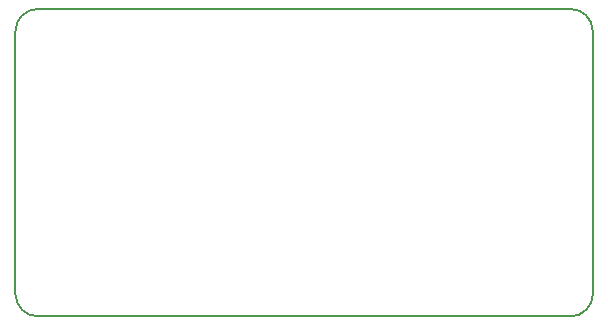
<source format=gm1>
G04 #@! TF.FileFunction,Profile,NP*
%FSLAX46Y46*%
G04 Gerber Fmt 4.6, Leading zero omitted, Abs format (unit mm)*
G04 Created by KiCad (PCBNEW no-vcs-found-product) date Fri 08 Apr 2016 01:52:16 AM CDT*
%MOMM*%
G01*
G04 APERTURE LIST*
%ADD10C,0.100000*%
%ADD11C,0.150000*%
G04 APERTURE END LIST*
D10*
D11*
X66675000Y-132080000D02*
G75*
G03X64770000Y-133985000I0J-1905000D01*
G01*
X113665000Y-133985000D02*
G75*
G03X111760000Y-132080000I-1905000J0D01*
G01*
X111760000Y-158115000D02*
G75*
G03X113665000Y-156210000I0J1905000D01*
G01*
X64770000Y-156210000D02*
G75*
G03X66675000Y-158115000I1905000J0D01*
G01*
X64770000Y-133985000D02*
X64770000Y-156210000D01*
X111760000Y-132080000D02*
X66675000Y-132080000D01*
X113665000Y-156210000D02*
X113665000Y-133985000D01*
X66675000Y-158115000D02*
X111760000Y-158115000D01*
M02*

</source>
